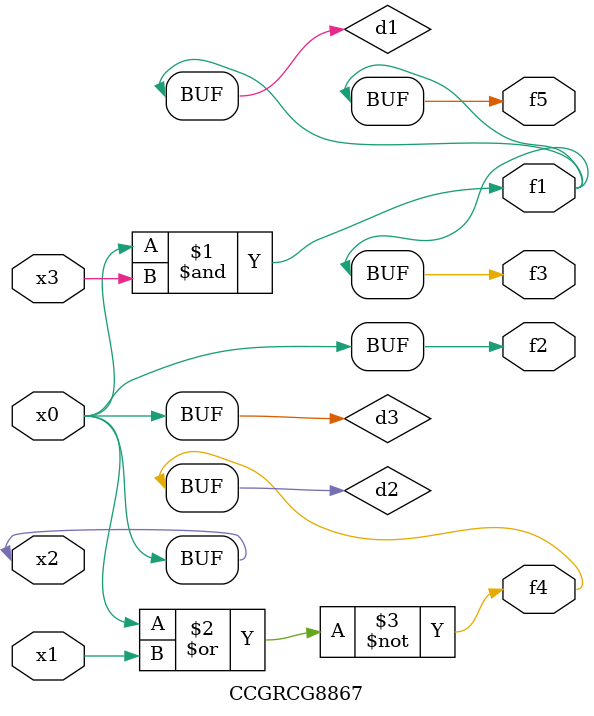
<source format=v>
module CCGRCG8867(
	input x0, x1, x2, x3,
	output f1, f2, f3, f4, f5
);

	wire d1, d2, d3;

	and (d1, x2, x3);
	nor (d2, x0, x1);
	buf (d3, x0, x2);
	assign f1 = d1;
	assign f2 = d3;
	assign f3 = d1;
	assign f4 = d2;
	assign f5 = d1;
endmodule

</source>
